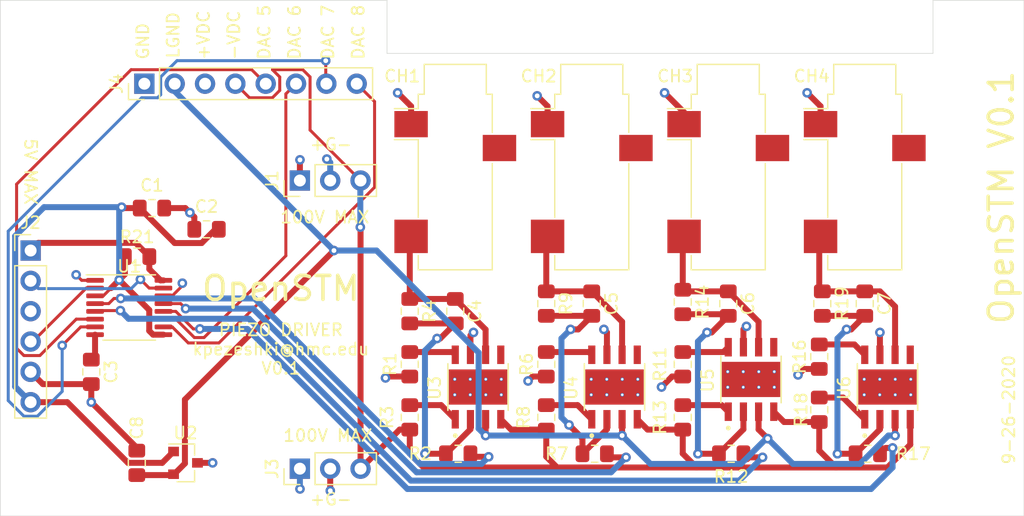
<source format=kicad_pcb>
(kicad_pcb (version 20171130) (host pcbnew "(5.1.6)-1")
  (layers (0 F.Cu signal) (1 In1.Cu power hide) (2 In2.Cu power hide) (31 B.Cu signal) (34 B.Paste user) (35 F.Paste user) (36 B.SilkS user) (37 F.SilkS user) (38 B.Mask user) (39 F.Mask user) (44 Edge.Cuts user))
  (net 0 "")
  (net 1 VCC)
  (net 2 "Net-(C3-Pad1)")
  (net 3 "Net-(C4-Pad2)")
  (net 4 /opampdriver/OUT)
  (net 5 "Net-(C5-Pad2)")
  (net 6 /sheet5F77FFF0/OUT)
  (net 7 "Net-(C6-Pad2)")
  (net 8 /sheet5F78069E/OUT)
  (net 9 "Net-(C7-Pad2)")
  (net 10 /sheet5F780C4A/OUT)
  (net 11 -VDC)
  (net 12 GND)
  (net 13 +VDC)
  (net 14 "Net-(J2-Pad4)")
  (net 15 "Net-(J2-Pad3)")
  (net 16 "Net-(J2-Pad2)")
  (net 17 /CH8)
  (net 18 /CH7)
  (net 19 /CH6)
  (net 20 /CH5)
  (net 21 "Net-(R1-Pad2)")
  (net 22 /opampdriver/SIG)
  (net 23 "Net-(R3-Pad1)")
  (net 24 "Net-(R6-Pad2)")
  (net 25 /sheet5F77FFF0/SIG)
  (net 26 "Net-(R8-Pad1)")
  (net 27 "Net-(R11-Pad2)")
  (net 28 /sheet5F78069E/SIG)
  (net 29 "Net-(R13-Pad1)")
  (net 30 "Net-(R16-Pad2)")
  (net 31 /sheet5F780C4A/SIG)
  (net 32 "Net-(R18-Pad1)")
  (net 33 "Net-(U3-Pad9)")
  (net 34 "Net-(U3-Pad5)")
  (net 35 "Net-(U4-Pad9)")
  (net 36 "Net-(U4-Pad5)")
  (net 37 "Net-(U5-Pad9)")
  (net 38 "Net-(U5-Pad5)")
  (net 39 "Net-(U6-Pad9)")
  (net 40 "Net-(U6-Pad5)")
  (net 41 "Net-(J2-Pad1)")
  (net 42 /opampdriver/BIAS)
  (module MountingHole:MountingHole_2.7mm_M2.5 (layer F.Cu) (at 178.7525 62.7253)
    (fp_text reference REF**)
    (fp_text value MountingHole_2.7mm_M2.5)
    (pad 1 np_thru_hole circle (at 0 0) (size 2.7 2.7) (drill 2.7) (layers *.Cu *.Mask))
  )
  (module MountingHole:MountingHole_2.7mm_M2.5 (layer F.Cu) (at 178.7525 86.8553)
    (fp_text reference REF**)
    (fp_text value MountingHole_2.7mm_M2.5)
    (pad 1 np_thru_hole circle (at 0 0) (size 2.7 2.7) (drill 2.7) (layers *.Cu *.Mask))
  )
  (module MountingHole:MountingHole_2.7mm_M2.5 (layer F.Cu) (at 251.1425 69.7103)
    (fp_text reference REF**)
    (fp_text value MountingHole_2.7mm_M2.5)
    (pad 1 np_thru_hole circle (at 0 0) (size 2.7 2.7) (drill 2.7) (layers *.Cu *.Mask))
  )
  (module Resistor_SMD:R_0805_2012Metric_Pad1.15x1.40mm_HandSolder (layer F.Cu) (at 209.795 85.598)
    (fp_text reference R2 (at -3.175 0) (layer F.SilkS))
    (fp_text value 1k)
    (pad 2 smd roundrect (at 1.025 0) (size 1.15 1.4) (layers F.Cu F.Paste F.Mask) (roundrect_rratio 0.217391) (net 22 /opampdriver/SIG))
    (pad 1 smd roundrect (at -1.025 0) (size 1.15 1.4) (layers F.Cu F.Paste F.Mask) (roundrect_rratio 0.217391) (net 3 "Net-(C4-Pad2)"))
  )
  (module Package_SO:TSSOP-16_4.4x5mm_P0.65mm (layer F.Cu) (at 182.24762 73.35)
    (fp_text reference U1 (at 0 -3.45) (layer F.SilkS))
    (fp_text value AD5628ARUZ-2)
    (pad 16 smd roundrect (at 2.8625 -2.275) (size 1.475 0.4) (layers F.Cu F.Paste F.Mask) (net 41 "Net-(J2-Pad1)"))
    (pad 15 smd roundrect (at 2.8625 -1.625) (size 1.475 0.4) (layers F.Cu F.Paste F.Mask) (net 16 "Net-(J2-Pad2)"))
    (pad 14 smd roundrect (at 2.8625 -0.975) (size 1.475 0.4) (layers F.Cu F.Paste F.Mask) (net 12 GND))
    (pad 13 smd roundrect (at 2.8625 -0.325) (size 1.475 0.4) (layers F.Cu F.Paste F.Mask) (net 25 /sheet5F77FFF0/SIG))
    (pad 12 smd roundrect (at 2.8625 0.325) (size 1.475 0.4) (layers F.Cu F.Paste F.Mask) (net 31 /sheet5F780C4A/SIG))
    (pad 11 smd roundrect (at 2.8625 0.975) (size 1.475 0.4) (layers F.Cu F.Paste F.Mask) (net 19 /CH6))
    (pad 10 smd roundrect (at 2.8625 1.625) (size 1.475 0.4) (layers F.Cu F.Paste F.Mask) (net 17 /CH8))
    (pad 9 smd roundrect (at 2.8625 2.275) (size 1.475 0.4) (layers F.Cu F.Paste F.Mask) (net 1 VCC))
    (pad 8 smd roundrect (at -2.8625 2.275) (size 1.475 0.4) (layers F.Cu F.Paste F.Mask) (net 2 "Net-(C3-Pad1)"))
    (pad 7 smd roundrect (at -2.8625 1.625) (size 1.475 0.4) (layers F.Cu F.Paste F.Mask) (net 18 /CH7))
    (pad 6 smd roundrect (at -2.8625 0.975) (size 1.475 0.4) (layers F.Cu F.Paste F.Mask) (net 20 /CH5))
    (pad 5 smd roundrect (at -2.8625 0.325) (size 1.475 0.4) (layers F.Cu F.Paste F.Mask) (net 28 /sheet5F78069E/SIG))
    (pad 4 smd roundrect (at -2.8625 -0.325) (size 1.475 0.4) (layers F.Cu F.Paste F.Mask) (net 22 /opampdriver/SIG))
    (pad 3 smd roundrect (at -2.8625 -0.975) (size 1.475 0.4) (layers F.Cu F.Paste F.Mask) (net 1 VCC))
    (pad 2 smd roundrect (at -2.8625 -1.625) (size 1.475 0.4) (layers F.Cu F.Paste F.Mask) (net 14 "Net-(J2-Pad4)"))
    (pad 1 smd roundrect (at -2.8625 -2.275) (size 1.475 0.4) (layers F.Cu F.Paste F.Mask) (net 12 GND))
  )
  (module Package_TO_SOT_SMD:SOT-23 (layer F.Cu) (at 186.96 86.36)
    (fp_text reference U2 (at 0 -2.5) (layer F.SilkS))
    (fp_text value MAX6101)
    (pad 3 smd rect (at 1 0) (size 0.9 0.8) (layers F.Cu F.Paste F.Mask) (net 12 GND))
    (pad 2 smd rect (at -1 0.95) (size 0.9 0.8) (layers F.Cu F.Paste F.Mask) (net 42 /opampdriver/BIAS))
    (pad 1 smd rect (at -1 -0.95) (size 0.9 0.8) (layers F.Cu F.Paste F.Mask) (net 1 VCC))
  )
  (module Resistor_SMD:R_0805_2012Metric_Pad1.15x1.40mm_HandSolder (layer F.Cu) (at 182.9054 69.088)
    (fp_text reference R21 (at 0 -1.65) (layer F.SilkS))
    (fp_text value 10k)
    (pad 2 smd roundrect (at 1.025 0) (size 1.15 1.4) (layers F.Cu F.Paste F.Mask) (roundrect_rratio 0.217391) (net 41 "Net-(J2-Pad1)"))
    (pad 1 smd roundrect (at -1.025 0) (size 1.15 1.4) (layers F.Cu F.Paste F.Mask) (roundrect_rratio 0.217391) (net 1 VCC))
  )
  (module Capacitor_SMD:C_0805_2012Metric_Pad1.15x1.40mm_HandSolder (layer F.Cu) (at 182.88 86.36 90)
    (fp_text reference C8 (at 2.93 0 90) (layer F.SilkS))
    (fp_text value 1uF)
    (pad 2 smd roundrect (at 1.025 0 90) (size 1.15 1.4) (layers F.Cu F.Paste F.Mask) (roundrect_rratio 0.217391) (net 12 GND))
    (pad 1 smd roundrect (at -1.025 0 90) (size 1.15 1.4) (layers F.Cu F.Paste F.Mask) (roundrect_rratio 0.217391) (net 42 /opampdriver/BIAS))
  )
  (module Connector_PinHeader_2.54mm:PinHeader_1x06_P2.54mm_Vertical (layer F.Cu) (at 173.99 68.58)
    (fp_text reference J2 (at 0 -2.33) (layer F.SilkS))
    (fp_text value Conn_01x06_Male)
    (pad 6 thru_hole oval (at 0 12.7) (size 1.7 1.7) (drill 1) (layers *.Cu *.Mask) (net 1 VCC))
    (pad 5 thru_hole oval (at 0 10.16) (size 1.7 1.7) (drill 1) (layers *.Cu *.Mask) (net 12 GND))
    (pad 4 thru_hole oval (at 0 7.62) (size 1.7 1.7) (drill 1) (layers *.Cu *.Mask) (net 14 "Net-(J2-Pad4)"))
    (pad 3 thru_hole oval (at 0 5.08) (size 1.7 1.7) (drill 1) (layers *.Cu *.Mask) (net 15 "Net-(J2-Pad3)"))
    (pad 2 thru_hole oval (at 0 2.54) (size 1.7 1.7) (drill 1) (layers *.Cu *.Mask) (net 16 "Net-(J2-Pad2)"))
    (pad 1 thru_hole rect (at 0 0) (size 1.7 1.7) (drill 1) (layers *.Cu *.Mask) (net 41 "Net-(J2-Pad1)"))
  )
  (module Connector_Audio:Jack_3.5mm_CUI_SJ-3523-SMT_Horizontal (layer F.Cu) (at 209.55 61.595)
    (fp_text reference J8)
    (fp_text value CH1)
    (pad "" np_thru_hole circle (at 0 4.5) (size 1.7 1.7) (drill 1.7) (layers *.Cu *.Mask))
    (pad "" np_thru_hole circle (at 0 -2.5) (size 1.7 1.7) (drill 1.7) (layers *.Cu *.Mask))
    (pad T smd rect (at -3.7 5.8) (size 2.8 2.8) (layers F.Cu F.Paste F.Mask) (net 4 /opampdriver/OUT))
    (pad S smd rect (at -3.7 -3.6) (size 2.8 2.2) (layers F.Cu F.Paste F.Mask) (net 12 GND))
    (pad R smd rect (at 3.7 -1.6) (size 2.8 2.2) (layers F.Cu F.Paste F.Mask))
  )
  (module Connector_Audio:Jack_3.5mm_CUI_SJ-3523-SMT_Horizontal (layer F.Cu) (at 243.84 61.595)
    (fp_text reference J7)
    (fp_text value CH4)
    (pad "" np_thru_hole circle (at 0 4.5) (size 1.7 1.7) (drill 1.7) (layers *.Cu *.Mask))
    (pad "" np_thru_hole circle (at 0 -2.5) (size 1.7 1.7) (drill 1.7) (layers *.Cu *.Mask))
    (pad T smd rect (at -3.7 5.8) (size 2.8 2.8) (layers F.Cu F.Paste F.Mask) (net 10 /sheet5F780C4A/OUT))
    (pad S smd rect (at -3.7 -3.6) (size 2.8 2.2) (layers F.Cu F.Paste F.Mask) (net 12 GND))
    (pad R smd rect (at 3.7 -1.6) (size 2.8 2.2) (layers F.Cu F.Paste F.Mask))
  )
  (module Connector_Audio:Jack_3.5mm_CUI_SJ-3523-SMT_Horizontal (layer F.Cu) (at 232.41 61.595)
    (fp_text reference J6)
    (fp_text value CH3)
    (pad "" np_thru_hole circle (at 0 4.5) (size 1.7 1.7) (drill 1.7) (layers *.Cu *.Mask))
    (pad "" np_thru_hole circle (at 0 -2.5) (size 1.7 1.7) (drill 1.7) (layers *.Cu *.Mask))
    (pad T smd rect (at -3.7 5.8) (size 2.8 2.8) (layers F.Cu F.Paste F.Mask) (net 8 /sheet5F78069E/OUT))
    (pad S smd rect (at -3.7 -3.6) (size 2.8 2.2) (layers F.Cu F.Paste F.Mask) (net 12 GND))
    (pad R smd rect (at 3.7 -1.6) (size 2.8 2.2) (layers F.Cu F.Paste F.Mask))
  )
  (module Connector_Audio:Jack_3.5mm_CUI_SJ-3523-SMT_Horizontal (layer F.Cu) (at 220.98 61.595)
    (fp_text reference J5)
    (fp_text value CH2)
    (pad "" np_thru_hole circle (at 0 4.5) (size 1.7 1.7) (drill 1.7) (layers *.Cu *.Mask))
    (pad "" np_thru_hole circle (at 0 -2.5) (size 1.7 1.7) (drill 1.7) (layers *.Cu *.Mask))
    (pad T smd rect (at -3.7 5.8) (size 2.8 2.8) (layers F.Cu F.Paste F.Mask) (net 6 /sheet5F77FFF0/OUT))
    (pad S smd rect (at -3.7 -3.6) (size 2.8 2.2) (layers F.Cu F.Paste F.Mask) (net 12 GND))
    (pad R smd rect (at 3.7 -1.6) (size 2.8 2.2) (layers F.Cu F.Paste F.Mask))
  )
  (module VREG_LM5017MR:NOPB (layer F.Cu) (at 245.745 80.01 90)
    (fp_text reference U6 (at -0.075 -3.635 90) (layer F.SilkS))
    (fp_text value OPA454AIDDA)
    (pad 17 thru_hole circle (at 0.65 1.95 90) (size 0.3 0.3) (drill 0.2) (layers *.Cu *.Mask))
    (pad 16 thru_hole circle (at -0.65 1.95 90) (size 0.3 0.3) (drill 0.2) (layers *.Cu *.Mask))
    (pad 15 thru_hole circle (at 0.65 0.65 90) (size 0.3 0.3) (drill 0.2) (layers *.Cu *.Mask))
    (pad 14 thru_hole circle (at -0.65 0.65 90) (size 0.3 0.3) (drill 0.2) (layers *.Cu *.Mask))
    (pad 13 thru_hole circle (at 0.65 -0.65 90) (size 0.3 0.3) (drill 0.2) (layers *.Cu *.Mask))
    (pad 12 thru_hole circle (at -0.65 -0.65 90) (size 0.3 0.3) (drill 0.2) (layers *.Cu *.Mask))
    (pad 11 thru_hole circle (at 0.65 -1.95 90) (size 0.3 0.3) (drill 0.2) (layers *.Cu *.Mask))
    (pad 10 thru_hole circle (at -0.65 -1.95 90) (size 0.3 0.3) (drill 0.2) (layers *.Cu *.Mask))
    (pad 9 smd rect (at 0 0 90) (size 2.95 4.9) (layers F.Cu) (net 39 "Net-(U6-Pad9)"))
    (pad 8 smd rect (at 2.7 -1.905 90) (size 1.55 0.6) (layers F.Cu F.Paste) (net 30 "Net-(R16-Pad2)"))
    (pad 7 smd rect (at 2.7 -0.635 90) (size 1.55 0.6) (layers F.Cu F.Paste) (net 13 +VDC))
    (pad 6 smd rect (at 2.7 0.635 90) (size 1.55 0.6) (layers F.Cu F.Paste) (net 10 /sheet5F780C4A/OUT))
    (pad 5 smd rect (at 2.7 1.905 90) (size 1.55 0.6) (layers F.Cu F.Paste) (net 40 "Net-(U6-Pad5)"))
    (pad 4 smd rect (at -2.7 1.905 90) (size 1.55 0.6) (layers F.Cu F.Paste) (net 11 -VDC))
    (pad 3 smd rect (at -2.7 0.635 90) (size 1.55 0.6) (layers F.Cu F.Paste) (net 42 /opampdriver/BIAS))
    (pad 2 smd rect (at -2.7 -0.635 90) (size 1.55 0.6) (layers F.Cu F.Paste) (net 9 "Net-(C7-Pad2)"))
    (pad 1 smd rect (at -2.7 -1.905 90) (size 1.55 0.6) (layers F.Cu F.Paste) (net 32 "Net-(R18-Pad1)"))
  )
  (module VREG_LM5017MR:NOPB (layer F.Cu) (at 234.315 79.375 90)
    (fp_text reference U5 (at -0.075 -3.635 90) (layer F.SilkS))
    (fp_text value OPA454AIDDA)
    (pad 17 thru_hole circle (at 0.65 1.95 90) (size 0.3 0.3) (drill 0.2) (layers *.Cu *.Mask))
    (pad 16 thru_hole circle (at -0.65 1.95 90) (size 0.3 0.3) (drill 0.2) (layers *.Cu *.Mask))
    (pad 15 thru_hole circle (at 0.65 0.65 90) (size 0.3 0.3) (drill 0.2) (layers *.Cu *.Mask))
    (pad 14 thru_hole circle (at -0.65 0.65 90) (size 0.3 0.3) (drill 0.2) (layers *.Cu *.Mask))
    (pad 13 thru_hole circle (at 0.65 -0.65 90) (size 0.3 0.3) (drill 0.2) (layers *.Cu *.Mask))
    (pad 12 thru_hole circle (at -0.65 -0.65 90) (size 0.3 0.3) (drill 0.2) (layers *.Cu *.Mask))
    (pad 11 thru_hole circle (at 0.65 -1.95 90) (size 0.3 0.3) (drill 0.2) (layers *.Cu *.Mask))
    (pad 10 thru_hole circle (at -0.65 -1.95 90) (size 0.3 0.3) (drill 0.2) (layers *.Cu *.Mask))
    (pad 9 smd rect (at 0 0 90) (size 2.95 4.9) (layers F.Cu) (net 37 "Net-(U5-Pad9)"))
    (pad 8 smd rect (at 2.7 -1.905 90) (size 1.55 0.6) (layers F.Cu F.Paste) (net 27 "Net-(R11-Pad2)"))
    (pad 7 smd rect (at 2.7 -0.635 90) (size 1.55 0.6) (layers F.Cu F.Paste) (net 13 +VDC))
    (pad 6 smd rect (at 2.7 0.635 90) (size 1.55 0.6) (layers F.Cu F.Paste) (net 8 /sheet5F78069E/OUT))
    (pad 5 smd rect (at 2.7 1.905 90) (size 1.55 0.6) (layers F.Cu F.Paste) (net 38 "Net-(U5-Pad5)"))
    (pad 4 smd rect (at -2.7 1.905 90) (size 1.55 0.6) (layers F.Cu F.Paste) (net 11 -VDC))
    (pad 3 smd rect (at -2.7 0.635 90) (size 1.55 0.6) (layers F.Cu F.Paste) (net 42 /opampdriver/BIAS))
    (pad 2 smd rect (at -2.7 -0.635 90) (size 1.55 0.6) (layers F.Cu F.Paste) (net 7 "Net-(C6-Pad2)"))
    (pad 1 smd rect (at -2.7 -1.905 90) (size 1.55 0.6) (layers F.Cu F.Paste) (net 29 "Net-(R13-Pad1)"))
  )
  (module VREG_LM5017MR:NOPB (layer F.Cu) (at 222.885 80.01 90)
    (fp_text reference U4 (at -0.075 -3.635 90) (layer F.SilkS))
    (fp_text value OPA454AIDDA)
    (pad 17 thru_hole circle (at 0.65 1.95 90) (size 0.3 0.3) (drill 0.2) (layers *.Cu *.Mask))
    (pad 16 thru_hole circle (at -0.65 1.95 90) (size 0.3 0.3) (drill 0.2) (layers *.Cu *.Mask))
    (pad 15 thru_hole circle (at 0.65 0.65 90) (size 0.3 0.3) (drill 0.2) (layers *.Cu *.Mask))
    (pad 14 thru_hole circle (at -0.65 0.65 90) (size 0.3 0.3) (drill 0.2) (layers *.Cu *.Mask))
    (pad 13 thru_hole circle (at 0.65 -0.65 90) (size 0.3 0.3) (drill 0.2) (layers *.Cu *.Mask))
    (pad 12 thru_hole circle (at -0.65 -0.65 90) (size 0.3 0.3) (drill 0.2) (layers *.Cu *.Mask))
    (pad 11 thru_hole circle (at 0.65 -1.95 90) (size 0.3 0.3) (drill 0.2) (layers *.Cu *.Mask))
    (pad 10 thru_hole circle (at -0.65 -1.95 90) (size 0.3 0.3) (drill 0.2) (layers *.Cu *.Mask))
    (pad 9 smd rect (at 0 0 90) (size 2.95 4.9) (layers F.Cu) (net 35 "Net-(U4-Pad9)"))
    (pad 8 smd rect (at 2.7 -1.905 90) (size 1.55 0.6) (layers F.Cu F.Paste) (net 24 "Net-(R6-Pad2)"))
    (pad 7 smd rect (at 2.7 -0.635 90) (size 1.55 0.6) (layers F.Cu F.Paste) (net 13 +VDC))
    (pad 6 smd rect (at 2.7 0.635 90) (size 1.55 0.6) (layers F.Cu F.Paste) (net 6 /sheet5F77FFF0/OUT))
    (pad 5 smd rect (at 2.7 1.905 90) (size 1.55 0.6) (layers F.Cu F.Paste) (net 36 "Net-(U4-Pad5)"))
    (pad 4 smd rect (at -2.7 1.905 90) (size 1.55 0.6) (layers F.Cu F.Paste) (net 11 -VDC))
    (pad 3 smd rect (at -2.7 0.635 90) (size 1.55 0.6) (layers F.Cu F.Paste) (net 42 /opampdriver/BIAS))
    (pad 2 smd rect (at -2.7 -0.635 90) (size 1.55 0.6) (layers F.Cu F.Paste) (net 5 "Net-(C5-Pad2)"))
    (pad 1 smd rect (at -2.7 -1.905 90) (size 1.55 0.6) (layers F.Cu F.Paste) (net 26 "Net-(R8-Pad1)"))
  )
  (module VREG_LM5017MR:NOPB (layer F.Cu) (at 211.455 80.01 90)
    (fp_text reference U3 (at -0.075 -3.635 90) (layer F.SilkS))
    (fp_text value OPA454AIDDA)
    (pad 17 thru_hole circle (at 0.65 1.95 90) (size 0.3 0.3) (drill 0.2) (layers *.Cu *.Mask))
    (pad 16 thru_hole circle (at -0.65 1.95 90) (size 0.3 0.3) (drill 0.2) (layers *.Cu *.Mask))
    (pad 15 thru_hole circle (at 0.65 0.65 90) (size 0.3 0.3) (drill 0.2) (layers *.Cu *.Mask))
    (pad 14 thru_hole circle (at -0.65 0.65 90) (size 0.3 0.3) (drill 0.2) (layers *.Cu *.Mask))
    (pad 13 thru_hole circle (at 0.65 -0.65 90) (size 0.3 0.3) (drill 0.2) (layers *.Cu *.Mask))
    (pad 12 thru_hole circle (at -0.65 -0.65 90) (size 0.3 0.3) (drill 0.2) (layers *.Cu *.Mask))
    (pad 11 thru_hole circle (at 0.65 -1.95 90) (size 0.3 0.3) (drill 0.2) (layers *.Cu *.Mask))
    (pad 10 thru_hole circle (at -0.65 -1.95 90) (size 0.3 0.3) (drill 0.2) (layers *.Cu *.Mask))
    (pad 9 smd rect (at 0 0 90) (size 2.95 4.9) (layers F.Cu) (net 33 "Net-(U3-Pad9)"))
    (pad 8 smd rect (at 2.7 -1.905 90) (size 1.55 0.6) (layers F.Cu F.Paste) (net 21 "Net-(R1-Pad2)"))
    (pad 7 smd rect (at 2.7 -0.635 90) (size 1.55 0.6) (layers F.Cu F.Paste) (net 13 +VDC))
    (pad 6 smd rect (at 2.7 0.635 90) (size 1.55 0.6) (layers F.Cu F.Paste) (net 4 /opampdriver/OUT))
    (pad 5 smd rect (at 2.7 1.905 90) (size 1.55 0.6) (layers F.Cu F.Paste) (net 34 "Net-(U3-Pad5)"))
    (pad 4 smd rect (at -2.7 1.905 90) (size 1.55 0.6) (layers F.Cu F.Paste) (net 11 -VDC))
    (pad 3 smd rect (at -2.7 0.635 90) (size 1.55 0.6) (layers F.Cu F.Paste) (net 42 /opampdriver/BIAS))
    (pad 2 smd rect (at -2.7 -0.635 90) (size 1.55 0.6) (layers F.Cu F.Paste) (net 3 "Net-(C4-Pad2)"))
    (pad 1 smd rect (at -2.7 -1.905 90) (size 1.55 0.6) (layers F.Cu F.Paste) (net 23 "Net-(R3-Pad1)"))
  )
  (module Resistor_SMD:R_0805_2012Metric_Pad1.15x1.40mm_HandSolder (layer F.Cu) (at 240.284 73.025 270)
    (fp_text reference R19 (at 0 -1.65 90) (layer F.SilkS))
    (fp_text value 50K)
    (pad 2 smd roundrect (at 1.025 0 270) (size 1.15 1.4) (layers F.Cu F.Paste F.Mask) (roundrect_rratio 0.217391) (net 9 "Net-(C7-Pad2)"))
    (pad 1 smd roundrect (at -1.025 0 270) (size 1.15 1.4) (layers F.Cu F.Paste F.Mask) (roundrect_rratio 0.217391) (net 10 /sheet5F780C4A/OUT))
  )
  (module Resistor_SMD:R_0805_2012Metric_Pad1.15x1.40mm_HandSolder (layer F.Cu) (at 240.03 81.915 270)
    (fp_text reference R18 (at 0 1.524 90) (layer F.SilkS))
    (fp_text value 100K)
    (pad 2 smd roundrect (at 1.025 0 270) (size 1.15 1.4) (layers F.Cu F.Paste F.Mask) (roundrect_rratio 0.217391) (net 11 -VDC))
    (pad 1 smd roundrect (at -1.025 0 270) (size 1.15 1.4) (layers F.Cu F.Paste F.Mask) (roundrect_rratio 0.217391) (net 32 "Net-(R18-Pad1)"))
  )
  (module Resistor_SMD:R_0805_2012Metric_Pad1.15x1.40mm_HandSolder (layer F.Cu) (at 244.094 85.598)
    (fp_text reference R17 (at 3.81 0) (layer F.SilkS))
    (fp_text value 1k)
    (pad 2 smd roundrect (at 1.025 0) (size 1.15 1.4) (layers F.Cu F.Paste F.Mask) (roundrect_rratio 0.217391) (net 31 /sheet5F780C4A/SIG))
    (pad 1 smd roundrect (at -1.025 0) (size 1.15 1.4) (layers F.Cu F.Paste F.Mask) (roundrect_rratio 0.217391) (net 9 "Net-(C7-Pad2)"))
  )
  (module Resistor_SMD:R_0805_2012Metric_Pad1.15x1.40mm_HandSolder (layer F.Cu) (at 240.03 77.47 90)
    (fp_text reference R16 (at 0 -1.65 90) (layer F.SilkS))
    (fp_text value 100K)
    (pad 2 smd roundrect (at 1.025 0 90) (size 1.15 1.4) (layers F.Cu F.Paste F.Mask) (roundrect_rratio 0.217391) (net 30 "Net-(R16-Pad2)"))
    (pad 1 smd roundrect (at -1.025 0 90) (size 1.15 1.4) (layers F.Cu F.Paste F.Mask) (roundrect_rratio 0.217391) (net 13 +VDC))
  )
  (module Resistor_SMD:R_0805_2012Metric_Pad1.15x1.40mm_HandSolder (layer F.Cu) (at 228.6 72.889 270)
    (fp_text reference R14 (at 0 -1.65 90) (layer F.SilkS))
    (fp_text value 50K)
    (pad 2 smd roundrect (at 1.025 0 270) (size 1.15 1.4) (layers F.Cu F.Paste F.Mask) (roundrect_rratio 0.217391) (net 7 "Net-(C6-Pad2)"))
    (pad 1 smd roundrect (at -1.025 0 270) (size 1.15 1.4) (layers F.Cu F.Paste F.Mask) (roundrect_rratio 0.217391) (net 8 /sheet5F78069E/OUT))
  )
  (module Resistor_SMD:R_0805_2012Metric_Pad1.15x1.40mm_HandSolder (layer F.Cu) (at 228.6 82.55 270)
    (fp_text reference R13 (at 0 1.905 90) (layer F.SilkS))
    (fp_text value 100K)
    (pad 2 smd roundrect (at 1.025 0 270) (size 1.15 1.4) (layers F.Cu F.Paste F.Mask) (roundrect_rratio 0.217391) (net 11 -VDC))
    (pad 1 smd roundrect (at -1.025 0 270) (size 1.15 1.4) (layers F.Cu F.Paste F.Mask) (roundrect_rratio 0.217391) (net 29 "Net-(R13-Pad1)"))
  )
  (module Resistor_SMD:R_0805_2012Metric_Pad1.15x1.40mm_HandSolder (layer F.Cu) (at 232.655 85.598)
    (fp_text reference R12 (at 0 1.905) (layer F.SilkS))
    (fp_text value 1k)
    (pad 2 smd roundrect (at 1.025 0) (size 1.15 1.4) (layers F.Cu F.Paste F.Mask) (roundrect_rratio 0.217391) (net 28 /sheet5F78069E/SIG))
    (pad 1 smd roundrect (at -1.025 0) (size 1.15 1.4) (layers F.Cu F.Paste F.Mask) (roundrect_rratio 0.217391) (net 7 "Net-(C6-Pad2)"))
  )
  (module Resistor_SMD:R_0805_2012Metric_Pad1.15x1.40mm_HandSolder (layer F.Cu) (at 228.6 78.105 90)
    (fp_text reference R11 (at 0 -1.905 90) (layer F.SilkS))
    (fp_text value 100K)
    (pad 2 smd roundrect (at 1.025 0 90) (size 1.15 1.4) (layers F.Cu F.Paste F.Mask) (roundrect_rratio 0.217391) (net 27 "Net-(R11-Pad2)"))
    (pad 1 smd roundrect (at -1.025 0 90) (size 1.15 1.4) (layers F.Cu F.Paste F.Mask) (roundrect_rratio 0.217391) (net 13 +VDC))
  )
  (module Resistor_SMD:R_0805_2012Metric_Pad1.15x1.40mm_HandSolder (layer F.Cu) (at 217.17 73.025 270)
    (fp_text reference R9 (at 0 -1.65 90) (layer F.SilkS))
    (fp_text value 50K)
    (pad 2 smd roundrect (at 1.025 0 270) (size 1.15 1.4) (layers F.Cu F.Paste F.Mask) (roundrect_rratio 0.217391) (net 5 "Net-(C5-Pad2)"))
    (pad 1 smd roundrect (at -1.025 0 270) (size 1.15 1.4) (layers F.Cu F.Paste F.Mask) (roundrect_rratio 0.217391) (net 6 /sheet5F77FFF0/OUT))
  )
  (module Resistor_SMD:R_0805_2012Metric_Pad1.15x1.40mm_HandSolder (layer F.Cu) (at 217.17 82.55 270)
    (fp_text reference R8 (at 0 1.905 90) (layer F.SilkS))
    (fp_text value 100K)
    (pad 2 smd roundrect (at 1.025 0 270) (size 1.15 1.4) (layers F.Cu F.Paste F.Mask) (roundrect_rratio 0.217391) (net 11 -VDC))
    (pad 1 smd roundrect (at -1.025 0 270) (size 1.15 1.4) (layers F.Cu F.Paste F.Mask) (roundrect_rratio 0.217391) (net 26 "Net-(R8-Pad1)"))
  )
  (module Resistor_SMD:R_0805_2012Metric_Pad1.15x1.40mm_HandSolder (layer F.Cu) (at 221.225 85.598)
    (fp_text reference R7 (at -3.175 0) (layer F.SilkS))
    (fp_text value 1k)
    (pad 2 smd roundrect (at 1.025 0) (size 1.15 1.4) (layers F.Cu F.Paste F.Mask) (roundrect_rratio 0.217391) (net 25 /sheet5F77FFF0/SIG))
    (pad 1 smd roundrect (at -1.025 0) (size 1.15 1.4) (layers F.Cu F.Paste F.Mask) (roundrect_rratio 0.217391) (net 5 "Net-(C5-Pad2)"))
  )
  (module Resistor_SMD:R_0805_2012Metric_Pad1.15x1.40mm_HandSolder (layer F.Cu) (at 217.17 78.105 90)
    (fp_text reference R6 (at 0 -1.65 90) (layer F.SilkS))
    (fp_text value 100K)
    (pad 2 smd roundrect (at 1.025 0 90) (size 1.15 1.4) (layers F.Cu F.Paste F.Mask) (roundrect_rratio 0.217391) (net 24 "Net-(R6-Pad2)"))
    (pad 1 smd roundrect (at -1.025 0 90) (size 1.15 1.4) (layers F.Cu F.Paste F.Mask) (roundrect_rratio 0.217391) (net 13 +VDC))
  )
  (module Resistor_SMD:R_0805_2012Metric_Pad1.15x1.40mm_HandSolder (layer F.Cu) (at 205.74 73.66 270)
    (fp_text reference R4 (at 0 -1.65 90) (layer F.SilkS))
    (fp_text value 50K)
    (pad 2 smd roundrect (at 1.025 0 270) (size 1.15 1.4) (layers F.Cu F.Paste F.Mask) (roundrect_rratio 0.217391) (net 3 "Net-(C4-Pad2)"))
    (pad 1 smd roundrect (at -1.025 0 270) (size 1.15 1.4) (layers F.Cu F.Paste F.Mask) (roundrect_rratio 0.217391) (net 4 /opampdriver/OUT))
  )
  (module Resistor_SMD:R_0805_2012Metric_Pad1.15x1.40mm_HandSolder (layer F.Cu) (at 205.74 82.55 270)
    (fp_text reference R3 (at 0 1.905 90) (layer F.SilkS))
    (fp_text value 100K)
    (pad 2 smd roundrect (at 1.025 0 270) (size 1.15 1.4) (layers F.Cu F.Paste F.Mask) (roundrect_rratio 0.217391) (net 11 -VDC))
    (pad 1 smd roundrect (at -1.025 0 270) (size 1.15 1.4) (layers F.Cu F.Paste F.Mask) (roundrect_rratio 0.217391) (net 23 "Net-(R3-Pad1)"))
  )
  (module Resistor_SMD:R_0805_2012Metric_Pad1.15x1.40mm_HandSolder (layer F.Cu) (at 205.74 78.105 90)
    (fp_text reference R1 (at 0 -1.65 90) (layer F.SilkS))
    (fp_text value 100K)
    (pad 2 smd roundrect (at 1.025 0 90) (size 1.15 1.4) (layers F.Cu F.Paste F.Mask) (roundrect_rratio 0.217391) (net 21 "Net-(R1-Pad2)"))
    (pad 1 smd roundrect (at -1.025 0 90) (size 1.15 1.4) (layers F.Cu F.Paste F.Mask) (roundrect_rratio 0.217391) (net 13 +VDC))
  )
  (module Connector_PinHeader_2.54mm:PinHeader_1x08_P2.54mm_Vertical (layer F.Cu) (at 183.515 54.61 90)
    (fp_text reference J4 (at 0 -2.33 90) (layer F.SilkS))
    (fp_text value Conn_01x08_Male)
    (pad 8 thru_hole oval (at 0 17.78 90) (size 1.7 1.7) (drill 1) (layers *.Cu *.Mask) (net 17 /CH8))
    (pad 7 thru_hole oval (at 0 15.24 90) (size 1.7 1.7) (drill 1) (layers *.Cu *.Mask) (net 18 /CH7))
    (pad 6 thru_hole oval (at 0 12.7 90) (size 1.7 1.7) (drill 1) (layers *.Cu *.Mask) (net 19 /CH6))
    (pad 5 thru_hole oval (at 0 10.16 90) (size 1.7 1.7) (drill 1) (layers *.Cu *.Mask) (net 20 /CH5))
    (pad 4 thru_hole oval (at 0 7.62 90) (size 1.7 1.7) (drill 1) (layers *.Cu *.Mask) (net 11 -VDC))
    (pad 3 thru_hole oval (at 0 5.08 90) (size 1.7 1.7) (drill 1) (layers *.Cu *.Mask) (net 13 +VDC))
    (pad 2 thru_hole oval (at 0 2.54 90) (size 1.7 1.7) (drill 1) (layers *.Cu *.Mask) (net 42 /opampdriver/BIAS))
    (pad 1 thru_hole rect (at 0 0 90) (size 1.7 1.7) (drill 1) (layers *.Cu *.Mask) (net 12 GND))
  )
  (module Connector_PinHeader_2.54mm:PinHeader_1x03_P2.54mm_Vertical (layer F.Cu) (at 196.53758 86.84768 90)
    (fp_text reference J3 (at 0 -2.33 90) (layer F.SilkS))
    (fp_text value Conn_01x03_Male)
    (pad 3 thru_hole oval (at 0 5.08 90) (size 1.7 1.7) (drill 1) (layers *.Cu *.Mask) (net 11 -VDC))
    (pad 2 thru_hole oval (at 0 2.54 90) (size 1.7 1.7) (drill 1) (layers *.Cu *.Mask) (net 12 GND))
    (pad 1 thru_hole rect (at 0 0 90) (size 1.7 1.7) (drill 1) (layers *.Cu *.Mask) (net 13 +VDC))
  )
  (module Connector_PinHeader_2.54mm:PinHeader_1x03_P2.54mm_Vertical (layer F.Cu) (at 196.53758 62.71768 90)
    (fp_text reference J1 (at 0 -2.33 90) (layer F.SilkS))
    (fp_text value Conn_01x03_Male)
    (pad 3 thru_hole oval (at 0 5.08 90) (size 1.7 1.7) (drill 1) (layers *.Cu *.Mask) (net 11 -VDC))
    (pad 2 thru_hole oval (at 0 2.54 90) (size 1.7 1.7) (drill 1) (layers *.Cu *.Mask) (net 12 GND))
    (pad 1 thru_hole rect (at 0 0 90) (size 1.7 1.7) (drill 1) (layers *.Cu *.Mask) (net 13 +VDC))
  )
  (module Capacitor_SMD:C_0805_2012Metric_Pad1.15x1.40mm_HandSolder (layer F.Cu) (at 243.84 73.025 270)
    (fp_text reference C7 (at 0 -1.65 90) (layer F.SilkS))
    (fp_text value 1nF)
    (pad 2 smd roundrect (at 1.025 0 270) (size 1.15 1.4) (layers F.Cu F.Paste F.Mask) (roundrect_rratio 0.217391) (net 9 "Net-(C7-Pad2)"))
    (pad 1 smd roundrect (at -1.025 0 270) (size 1.15 1.4) (layers F.Cu F.Paste F.Mask) (roundrect_rratio 0.217391) (net 10 /sheet5F780C4A/OUT))
  )
  (module Capacitor_SMD:C_0805_2012Metric_Pad1.15x1.40mm_HandSolder (layer F.Cu) (at 232.41 73.025 270)
    (fp_text reference C6 (at 0 -1.65 90) (layer F.SilkS))
    (fp_text value 1nF)
    (pad 2 smd roundrect (at 1.025 0 270) (size 1.15 1.4) (layers F.Cu F.Paste F.Mask) (roundrect_rratio 0.217391) (net 7 "Net-(C6-Pad2)"))
    (pad 1 smd roundrect (at -1.025 0 270) (size 1.15 1.4) (layers F.Cu F.Paste F.Mask) (roundrect_rratio 0.217391) (net 8 /sheet5F78069E/OUT))
  )
  (module Capacitor_SMD:C_0805_2012Metric_Pad1.15x1.40mm_HandSolder (layer F.Cu) (at 220.98 73.025 270)
    (fp_text reference C5 (at 0 -1.65 90) (layer F.SilkS))
    (fp_text value 1nF)
    (pad 2 smd roundrect (at 1.025 0 270) (size 1.15 1.4) (layers F.Cu F.Paste F.Mask) (roundrect_rratio 0.217391) (net 5 "Net-(C5-Pad2)"))
    (pad 1 smd roundrect (at -1.025 0 270) (size 1.15 1.4) (layers F.Cu F.Paste F.Mask) (roundrect_rratio 0.217391) (net 6 /sheet5F77FFF0/OUT))
  )
  (module Capacitor_SMD:C_0805_2012Metric_Pad1.15x1.40mm_HandSolder (layer F.Cu) (at 209.55 73.66 270)
    (fp_text reference C4 (at 0 -1.65 90) (layer F.SilkS))
    (fp_text value 1nF)
    (pad 2 smd roundrect (at 1.025 0 270) (size 1.15 1.4) (layers F.Cu F.Paste F.Mask) (roundrect_rratio 0.217391) (net 3 "Net-(C4-Pad2)"))
    (pad 1 smd roundrect (at -1.025 0 270) (size 1.15 1.4) (layers F.Cu F.Paste F.Mask) (roundrect_rratio 0.217391) (net 4 /opampdriver/OUT))
  )
  (module Capacitor_SMD:C_0805_2012Metric_Pad1.15x1.40mm_HandSolder (layer F.Cu) (at 179.07 78.74 270)
    (fp_text reference C3 (at 0 -1.65 90) (layer F.SilkS))
    (fp_text value 0.1uF)
    (pad 2 smd roundrect (at 1.025 0 270) (size 1.15 1.4) (layers F.Cu F.Paste F.Mask) (roundrect_rratio 0.217391) (net 12 GND))
    (pad 1 smd roundrect (at -1.025 0 270) (size 1.15 1.4) (layers F.Cu F.Paste F.Mask) (roundrect_rratio 0.217391) (net 2 "Net-(C3-Pad1)"))
  )
  (module Capacitor_SMD:C_0805_2012Metric_Pad1.15x1.40mm_HandSolder (layer F.Cu) (at 188.722 66.802 180)
    (fp_text reference C2 (at 0 1.905) (layer F.SilkS))
    (fp_text value 0.1uF)
    (pad 2 smd roundrect (at 1.025 0 180) (size 1.15 1.4) (layers F.Cu F.Paste F.Mask) (roundrect_rratio 0.217391) (net 12 GND))
    (pad 1 smd roundrect (at -1.025 0 180) (size 1.15 1.4) (layers F.Cu F.Paste F.Mask) (roundrect_rratio 0.217391) (net 1 VCC))
  )
  (module Capacitor_SMD:C_0805_2012Metric_Pad1.15x1.40mm_HandSolder (layer F.Cu) (at 184.15 65.024)
    (fp_text reference C1 (at 0 -1.905) (layer F.SilkS))
    (fp_text value 10uF)
    (pad 2 smd roundrect (at 1.025 0) (size 1.15 1.4) (layers F.Cu F.Paste F.Mask) (roundrect_rratio 0.217391) (net 12 GND))
    (pad 1 smd roundrect (at -1.025 0) (size 1.15 1.4) (layers F.Cu F.Paste F.Mask) (roundrect_rratio 0.217391) (net 1 VCC))
  )
  (gr_text 9-26-2020 (at 255.905 81.915 90) (layer F.SilkS) (effects (font (size 1 1))))
  (gr_text +G- (at 199.136 89.408) (layer F.SilkS) (effects (font (size 1 1))))
  (gr_text +G- (at 199.136 59.69) (layer F.SilkS) (effects (font (size 1 1))))
  (gr_line (start 203.835 52.07) (end 249.555 52.07) (layer Edge.Cuts) (width 0.05))
  (gr_line (start 257.175 47.625) (end 257.175 90.805) (layer Edge.Cuts) (width 0.05))
  (gr_line (start 249.555 47.625) (end 257.175 47.625) (layer Edge.Cuts) (width 0.05))
  (gr_line (start 249.555 52.07) (end 249.555 47.625) (layer Edge.Cuts) (width 0.05))
  (gr_line (start 203.835 47.625) (end 203.835 52.07) (layer Edge.Cuts) (width 0.05))
  (gr_line (start 203.835 47.625) (end 171.45 47.625) (layer Edge.Cuts) (width 0.05))
  (gr_line (start 257.175 90.805) (end 171.45 90.805) (layer Edge.Cuts) (width 0.05))
  (gr_line (start 171.45 47.625) (end 171.45 90.805) (layer Edge.Cuts) (width 0.05))
  (gr_text CH4 (at 239.395 53.975) (layer F.SilkS) (effects (font (size 1 1))))
  (gr_text CH3 (at 227.965 53.975) (layer F.SilkS) (effects (font (size 1 1))))
  (gr_text CH2 (at 216.535 53.975) (layer F.SilkS) (effects (font (size 1 1))))
  (gr_text CH1 (at 205.105 53.975) (layer F.SilkS) (effects (font (size 1 1))))
  (gr_text "DAC 8" (at 201.422 50.292 90) (layer F.SilkS) (effects (font (size 1 1))))
  (gr_text "DAC 7" (at 198.882 50.292 90) (layer F.SilkS) (effects (font (size 1 1))))
  (gr_text "DAC 6" (at 196.088 50.292 90) (layer F.SilkS) (effects (font (size 1 1))))
  (gr_text "DAC 5" (at 193.548 50.292 90) (layer F.SilkS) (effects (font (size 1 1))))
  (gr_text -VDC (at 191.008 50.546 90) (layer F.SilkS) (effects (font (size 1 1))))
  (gr_text +VDC (at 188.468 50.546 90) (layer F.SilkS) (effects (font (size 1 1))))
  (gr_text LGND (at 185.928 50.546 90) (layer F.SilkS) (effects (font (size 1 1))))
  (gr_text GND (at 183.388 51.054 90) (layer F.SilkS) (effects (font (size 1 1))))
  (gr_text "5V MAX" (at 173.99 61.976 270) (layer F.SilkS) (effects (font (size 1 1))))
  (gr_text "100V MAX" (at 198.882 84.074) (layer F.SilkS) (effects (font (size 1 1))))
  (gr_text "100V MAX" (at 198.628 65.786) (layer F.SilkS) (effects (font (size 1 1))))
  (gr_text "OpenSTM V0.1" (at 255.27 64.135 90) (layer F.SilkS) (effects (font (size 2 2) (thickness 0.3))))
  (gr_text OpenSTM (at 194.945 71.755) (layer F.SilkS) (effects (font (size 2 2) (thickness 0.3))))
  (gr_text "PIEZO DRIVER\nkpezeshki@hmc.edu\nV0.1" (at 194.945 76.835) (layer F.SilkS) (effects (font (size 1 1))))
  (segment (start 186.05301 67.95201) (end 183.125 65.024) (width 0.5) (layer F.Cu) (net 1))
  (segment (start 188.311956 67.95201) (end 186.05301 67.95201) (width 0.5) (layer F.Cu) (net 1))
  (segment (start 189.461966 66.802) (end 188.311956 67.95201) (width 0.5) (layer F.Cu) (net 1))
  (segment (start 189.747 66.802) (end 189.461966 66.802) (width 0.5) (layer F.Cu) (net 1))
  (via (at 181.61 64.9478) (size 0.8) (drill 0.4) (layers F.Cu B.Cu) (net 1))
  (segment (start 183.125 65.024) (end 181.6862 65.024) (width 0.5) (layer F.Cu) (net 1))
  (segment (start 181.6862 65.024) (end 181.61 64.9478) (width 0.5) (layer F.Cu) (net 1))
  (segment (start 172.689999 67.369999) (end 172.689999 79.979999) (width 0.5) (layer B.Cu) (net 1))
  (segment (start 175.112198 64.9478) (end 172.689999 67.369999) (width 0.5) (layer B.Cu) (net 1))
  (segment (start 172.689999 79.979999) (end 173.99 81.28) (width 0.5) (layer B.Cu) (net 1))
  (segment (start 181.61 64.9478) (end 175.112198 64.9478) (width 0.5) (layer B.Cu) (net 1))
  (via (at 181.4068 71.0438) (size 0.8) (drill 0.4) (layers F.Cu B.Cu) (net 1))
  (segment (start 180.7256 71.725) (end 181.4068 71.0438) (width 0.5) (layer F.Cu) (net 1))
  (segment (start 181.4068 65.151) (end 181.61 64.9478) (width 0.5) (layer B.Cu) (net 1))
  (segment (start 181.4068 71.0438) (end 181.4068 65.151) (width 0.5) (layer B.Cu) (net 1))
  (segment (start 181.8804 70.5702) (end 181.4068 71.0438) (width 0.5) (layer F.Cu) (net 1))
  (segment (start 181.8804 69.088) (end 181.8804 70.5702) (width 0.5) (layer F.Cu) (net 1))
  (segment (start 185.96 85.41) (end 185.01 86.36) (width 0.5) (layer F.Cu) (net 1))
  (segment (start 182.140034 86.36) (end 185.01 86.36) (width 0.5) (layer F.Cu) (net 1))
  (segment (start 177.060034 81.28) (end 182.140034 86.36) (width 0.5) (layer F.Cu) (net 1))
  (segment (start 173.99 81.28) (end 177.060034 81.28) (width 0.5) (layer F.Cu) (net 1))
  (segment (start 180.0756 72.375) (end 179.38512 72.375) (width 0.25) (layer F.Cu) (net 1))
  (segment (start 180.7256 71.725) (end 180.0756 72.375) (width 0.25) (layer F.Cu) (net 1))
  (segment (start 184.244786 75.625) (end 185.11012 75.625) (width 0.5) (layer F.Cu) (net 1))
  (segment (start 183.92261 75.302824) (end 184.244786 75.625) (width 0.5) (layer F.Cu) (net 1))
  (segment (start 183.92261 73.55961) (end 183.92261 75.302824) (width 0.5) (layer F.Cu) (net 1))
  (segment (start 181.4068 71.0438) (end 183.92261 73.55961) (width 0.5) (layer F.Cu) (net 1))
  (segment (start 179.38512 77.39988) (end 179.07 77.715) (width 0.5) (layer F.Cu) (net 2))
  (segment (start 179.38512 75.625) (end 179.38512 77.39988) (width 0.5) (layer F.Cu) (net 2))
  (segment (start 205.74 74.685) (end 209.55 74.685) (width 0.5) (layer F.Cu) (net 3))
  (via (at 207.01 85.598) (size 0.8) (drill 0.4) (layers F.Cu B.Cu) (net 3))
  (segment (start 208.77 85.598) (end 207.01 85.598) (width 0.5) (layer F.Cu) (net 3))
  (via (at 208.026 75.946) (size 0.8) (drill 0.4) (layers F.Cu B.Cu) (net 3))
  (segment (start 207.01 85.598) (end 207.01 76.962) (width 0.5) (layer B.Cu) (net 3))
  (segment (start 207.01 76.962) (end 208.026 75.946) (width 0.5) (layer B.Cu) (net 3))
  (segment (start 208.289 75.946) (end 209.55 74.685) (width 0.5) (layer F.Cu) (net 3))
  (segment (start 208.026 75.946) (end 208.289 75.946) (width 0.5) (layer F.Cu) (net 3))
  (segment (start 210.82 83.548) (end 208.77 85.598) (width 0.5) (layer F.Cu) (net 3))
  (segment (start 210.82 82.71) (end 210.82 83.548) (width 0.5) (layer F.Cu) (net 3))
  (segment (start 209.55 72.635) (end 205.74 72.635) (width 0.5) (layer F.Cu) (net 4))
  (segment (start 205.74 67.505) (end 205.85 67.395) (width 0.5) (layer F.Cu) (net 4))
  (segment (start 205.74 72.635) (end 205.74 67.505) (width 0.5) (layer F.Cu) (net 4))
  (segment (start 212.09 75.195998) (end 209.55 72.655998) (width 0.5) (layer F.Cu) (net 4))
  (segment (start 209.55 72.655998) (end 209.55 72.635) (width 0.5) (layer F.Cu) (net 4))
  (segment (start 212.09 77.31) (end 212.09 75.195998) (width 0.5) (layer F.Cu) (net 4))
  (segment (start 217.17 74.05) (end 220.98 74.05) (width 0.5) (layer F.Cu) (net 5))
  (via (at 219.202 75.184) (size 0.8) (drill 0.4) (layers F.Cu B.Cu) (net 5))
  (segment (start 218.44 75.946) (end 219.202 75.184) (width 0.5) (layer B.Cu) (net 5))
  (segment (start 219.846 75.184) (end 220.98 74.05) (width 0.5) (layer F.Cu) (net 5))
  (segment (start 219.202 75.184) (end 219.846 75.184) (width 0.5) (layer F.Cu) (net 5))
  (via (at 219.075 83.185) (size 0.8) (drill 0.4) (layers F.Cu B.Cu) (net 5))
  (segment (start 218.44 82.55) (end 218.44 75.946) (width 0.5) (layer B.Cu) (net 5))
  (segment (start 219.075 83.185) (end 218.44 82.55) (width 0.5) (layer B.Cu) (net 5))
  (segment (start 222.25 83.548) (end 220.2 85.598) (width 0.5) (layer F.Cu) (net 5))
  (segment (start 222.25 82.71) (end 222.25 83.548) (width 0.5) (layer F.Cu) (net 5))
  (segment (start 220.2 84.31) (end 219.075 83.185) (width 0.5) (layer F.Cu) (net 5))
  (segment (start 220.2 85.598) (end 220.2 84.31) (width 0.5) (layer F.Cu) (net 5))
  (segment (start 220.98 72) (end 217.17 72) (width 0.5) (layer F.Cu) (net 6))
  (segment (start 217.17 67.505) (end 217.28 67.395) (width 0.5) (layer F.Cu) (net 6))
  (segment (start 217.17 72) (end 217.17 67.505) (width 0.5) (layer F.Cu) (net 6))
  (segment (start 223.52 74.54) (end 220.98 72) (width 0.5) (layer F.Cu) (net 6))
  (segment (start 223.52 77.31) (end 223.52 74.54) (width 0.5) (layer F.Cu) (net 6))
  (segment (start 232.274 73.914) (end 232.41 74.05) (width 0.5) (layer F.Cu) (net 7))
  (segment (start 228.6 73.914) (end 232.274 73.914) (width 0.5) (layer F.Cu) (net 7))
  (via (at 229.87 85.598) (size 0.8) (drill 0.4) (layers F.Cu B.Cu) (net 7))
  (segment (start 231.63 85.598) (end 229.87 85.598) (width 0.5) (layer F.Cu) (net 7))
  (via (at 230.632 75.438) (size 0.8) (drill 0.4) (layers F.Cu B.Cu) (net 7))
  (segment (start 229.87 85.598) (end 229.87 76.2) (width 0.5) (layer B.Cu) (net 7))
  (segment (start 229.87 76.2) (end 230.632 75.438) (width 0.5) (layer B.Cu) (net 7))
  (segment (start 231.022 75.438) (end 232.41 74.05) (width 0.5) (layer F.Cu) (net 7))
  (segment (start 230.632 75.438) (end 231.022 75.438) (width 0.5) (layer F.Cu) (net 7))
  (segment (start 233.68 83.548) (end 233.68 82.075) (width 0.5) (layer F.Cu) (net 7))
  (segment (start 231.63 85.598) (end 233.68 83.548) (width 0.5) (layer F.Cu) (net 7))
  (segment (start 232.41 72) (end 228.6 72) (width 0.5) (layer F.Cu) (net 8))
  (segment (start 228.6 67.505) (end 228.71 67.395) (width 0.5) (layer F.Cu) (net 8))
  (segment (start 228.6 72) (end 228.6 67.505) (width 0.5) (layer F.Cu) (net 8))
  (segment (start 234.95 74.54) (end 232.41 72) (width 0.5) (layer F.Cu) (net 8))
  (segment (start 234.95 76.675) (end 234.95 74.54) (width 0.5) (layer F.Cu) (net 8))
  (segment (start 240.284 74.05) (end 243.84 74.05) (width 0.5) (layer F.Cu) (net 9))
  (via (at 241.554 85.598) (size 0.8) (drill 0.4) (layers F.Cu B.Cu) (net 9))
  (segment (start 243.069 85.598) (end 241.554 85.598) (width 0.5) (layer F.Cu) (net 9))
  (via (at 242.316 75.184) (size 0.8) (drill 0.4) (layers F.Cu B.Cu) (net 9))
  (segment (start 241.554 85.598) (end 241.554 75.946) (width 0.5) (layer B.Cu) (net 9))
  (segment (start 241.554 75.946) (end 242.316 75.184) (width 0.5) (layer B.Cu) (net 9))
  (segment (start 242.706 75.184) (end 243.84 74.05) (width 0.5) (layer F.Cu) (net 9))
  (segment (start 242.316 75.184) (end 242.706 75.184) (width 0.5) (layer F.Cu) (net 9))
  (segment (start 245.119 82.719) (end 245.11 82.71) (width 0.5) (layer F.Cu) (net 9))
  (segment (start 245.11 83.557) (end 245.11 82.71) (width 0.5) (layer F.Cu) (net 9))
  (segment (start 243.069 85.598) (end 245.11 83.557) (width 0.5) (layer F.Cu) (net 9))
  (segment (start 246.38 77.31) (end 246.38 73.27) (width 0.5) (layer F.Cu) (net 10))
  (segment (start 240.03 72) (end 243.84 72) (width 0.5) (layer F.Cu) (net 10))
  (segment (start 245.11 72) (end 246.38 73.27) (width 0.5) (layer F.Cu) (net 10))
  (segment (start 243.84 72) (end 245.11 72) (width 0.5) (layer F.Cu) (net 10))
  (segment (start 240.03 67.505) (end 240.14 67.395) (width 0.5) (layer F.Cu) (net 10))
  (segment (start 240.03 72) (end 240.03 67.505) (width 0.5) (layer F.Cu) (net 10))
  (segment (start 237.085 82.94) (end 236.22 82.075) (width 0.5) (layer F.Cu) (net 11))
  (segment (start 240.03 82.94) (end 237.085 82.94) (width 0.5) (layer F.Cu) (net 11))
  (segment (start 225.655 83.575) (end 224.79 82.71) (width 0.5) (layer F.Cu) (net 11))
  (segment (start 228.6 83.575) (end 225.655 83.575) (width 0.5) (layer F.Cu) (net 11))
  (segment (start 214.225 83.575) (end 213.36 82.71) (width 0.5) (layer F.Cu) (net 11))
  (segment (start 217.17 83.575) (end 214.225 83.575) (width 0.5) (layer F.Cu) (net 11))
  (segment (start 241.446008 86.74801) (end 240.03 85.332002) (width 0.5) (layer F.Cu) (net 11))
  (segment (start 245.733956 86.74801) (end 241.446008 86.74801) (width 0.5) (layer F.Cu) (net 11))
  (segment (start 247.65 84.831966) (end 245.733956 86.74801) (width 0.5) (layer F.Cu) (net 11))
  (segment (start 240.03 85.332002) (end 240.03 82.94) (width 0.5) (layer F.Cu) (net 11))
  (segment (start 247.65 82.71) (end 247.65 84.831966) (width 0.5) (layer F.Cu) (net 11))
  (segment (start 228.6 85.586002) (end 228.6 83.575) (width 0.5) (layer F.Cu) (net 11))
  (segment (start 229.762008 86.74801) (end 228.6 85.586002) (width 0.5) (layer F.Cu) (net 11))
  (segment (start 241.446008 86.74801) (end 229.762008 86.74801) (width 0.5) (layer F.Cu) (net 11))
  (segment (start 217.17 85.840002) (end 217.17 83.575) (width 0.5) (layer F.Cu) (net 11))
  (segment (start 218.078008 86.74801) (end 217.17 85.840002) (width 0.5) (layer F.Cu) (net 11))
  (segment (start 229.762008 86.74801) (end 218.078008 86.74801) (width 0.5) (layer F.Cu) (net 11))
  (segment (start 205.74 85.586002) (end 205.74 83.575) (width 0.5) (layer F.Cu) (net 11))
  (segment (start 206.902008 86.74801) (end 205.74 85.586002) (width 0.5) (layer F.Cu) (net 11))
  (segment (start 218.078008 86.74801) (end 206.902008 86.74801) (width 0.5) (layer F.Cu) (net 11))
  (segment (start 192.310001 55.785001) (end 191.135 54.61) (width 0.25) (layer F.Cu) (net 11))
  (segment (start 194.239001 55.785001) (end 192.310001 55.785001) (width 0.25) (layer F.Cu) (net 11))
  (segment (start 194.850001 55.174001) (end 194.239001 55.785001) (width 0.25) (layer F.Cu) (net 11))
  (segment (start 194.239001 53.434999) (end 194.850001 54.045999) (width 0.25) (layer F.Cu) (net 11))
  (segment (start 196.779001 53.434999) (end 194.239001 53.434999) (width 0.25) (layer F.Cu) (net 11))
  (segment (start 197.390001 54.045999) (end 196.779001 53.434999) (width 0.25) (layer F.Cu) (net 11))
  (segment (start 194.850001 54.045999) (end 194.850001 55.174001) (width 0.25) (layer F.Cu) (net 11))
  (segment (start 197.390001 58.490101) (end 197.390001 54.045999) (width 0.25) (layer F.Cu) (net 11))
  (segment (start 201.61758 62.71768) (end 197.390001 58.490101) (width 0.25) (layer F.Cu) (net 11))
  (via (at 201.5998 66.6242) (size 0.8) (drill 0.4) (layers F.Cu B.Cu) (net 11))
  (segment (start 201.61758 86.84768) (end 201.61758 66.64198) (width 0.5) (layer F.Cu) (net 11))
  (segment (start 201.61758 66.64198) (end 201.5998 66.6242) (width 0.5) (layer F.Cu) (net 11))
  (segment (start 201.5998 62.73546) (end 201.61758 62.71768) (width 0.5) (layer B.Cu) (net 11))
  (segment (start 201.5998 66.6242) (end 201.5998 62.73546) (width 0.5) (layer B.Cu) (net 11))
  (segment (start 204.89026 83.575) (end 205.74 83.575) (width 0.5) (layer F.Cu) (net 11))
  (segment (start 201.61758 86.84768) (end 204.89026 83.575) (width 0.5) (layer F.Cu) (net 11))
  (via (at 204.724 55.372) (size 0.8) (drill 0.4) (layers F.Cu B.Cu) (net 12))
  (segment (start 205.85 57.995) (end 205.85 56.498) (width 0.5) (layer F.Cu) (net 12))
  (segment (start 205.85 56.498) (end 204.724 55.372) (width 0.5) (layer F.Cu) (net 12))
  (segment (start 217.28 57.995) (end 217.28 56.498) (width 0.5) (layer F.Cu) (net 12))
  (via (at 216.408 55.626) (size 0.8) (drill 0.4) (layers F.Cu B.Cu) (net 12))
  (segment (start 217.28 56.498) (end 216.408 55.626) (width 0.5) (layer F.Cu) (net 12))
  (via (at 227.076 55.372) (size 0.8) (drill 0.4) (layers F.Cu B.Cu) (net 12))
  (segment (start 228.71 57.995) (end 228.71 57.006) (width 0.5) (layer F.Cu) (net 12))
  (segment (start 228.71 57.006) (end 227.076 55.372) (width 0.5) (layer F.Cu) (net 12))
  (segment (start 240.14 57.995) (end 240.14 56.498) (width 0.5) (layer F.Cu) (net 12))
  (via (at 239.014 55.372) (size 0.8) (drill 0.4) (layers F.Cu B.Cu) (net 12))
  (segment (start 240.14 56.498) (end 239.014 55.372) (width 0.5) (layer F.Cu) (net 12))
  (via (at 199.0852 88.6968) (size 0.8) (drill 0.4) (layers F.Cu B.Cu) (net 12))
  (segment (start 199.07758 86.84768) (end 199.07758 88.68918) (width 0.5) (layer F.Cu) (net 12))
  (segment (start 199.07758 88.68918) (end 199.0852 88.6968) (width 0.5) (layer F.Cu) (net 12))
  (via (at 198.794797 60.920203) (size 0.8) (drill 0.4) (layers F.Cu B.Cu) (net 12))
  (segment (start 199.07758 62.71768) (end 199.07758 61.202986) (width 0.5) (layer B.Cu) (net 12))
  (segment (start 199.07758 61.202986) (end 198.794797 60.920203) (width 0.5) (layer B.Cu) (net 12))
  (via (at 179.07 81.28) (size 0.8) (drill 0.4) (layers F.Cu B.Cu) (net 12))
  (segment (start 179.07 79.765) (end 179.07 81.28) (width 0.5) (layer F.Cu) (net 12))
  (segment (start 175.015 79.765) (end 173.99 78.74) (width 0.5) (layer F.Cu) (net 12))
  (segment (start 179.07 79.765) (end 175.015 79.765) (width 0.5) (layer F.Cu) (net 12))
  (segment (start 182.88 85.09) (end 182.88 85.335) (width 0.5) (layer F.Cu) (net 12))
  (segment (start 179.07 81.28) (end 182.88 85.09) (width 0.5) (layer F.Cu) (net 12))
  (via (at 189.23 86.36) (size 0.8) (drill 0.4) (layers F.Cu B.Cu) (net 12))
  (segment (start 187.96 86.36) (end 189.23 86.36) (width 0.5) (layer F.Cu) (net 12))
  (via (at 187.325 65.405) (size 0.8) (drill 0.4) (layers F.Cu B.Cu) (net 12))
  (segment (start 185.175 65.024) (end 186.944 65.024) (width 0.5) (layer F.Cu) (net 12))
  (segment (start 186.944 65.024) (end 187.325 65.405) (width 0.5) (layer F.Cu) (net 12))
  (segment (start 187.697 65.777) (end 187.325 65.405) (width 0.5) (layer F.Cu) (net 12))
  (segment (start 187.697 66.802) (end 187.697 65.777) (width 0.5) (layer F.Cu) (net 12))
  (segment (start 186.695125 71.527495) (end 186.695125 71.314306) (width 0.25) (layer F.Cu) (net 12))
  (segment (start 185.11012 72.375) (end 185.84762 72.375) (width 0.25) (layer F.Cu) (net 12))
  (via (at 186.695125 71.314306) (size 0.8) (drill 0.4) (layers F.Cu B.Cu) (net 12))
  (segment (start 185.84762 72.375) (end 186.695125 71.527495) (width 0.25) (layer F.Cu) (net 12))
  (segment (start 179.38512 71.075) (end 178.263 71.075) (width 0.25) (layer F.Cu) (net 12))
  (via (at 177.8 70.612) (size 0.8) (drill 0.4) (layers F.Cu B.Cu) (net 12))
  (segment (start 178.263 71.075) (end 177.8 70.612) (width 0.25) (layer F.Cu) (net 12))
  (via (at 203.708 79.248) (size 0.8) (drill 0.4) (layers F.Cu B.Cu) (net 13))
  (segment (start 205.74 79.13) (end 203.826 79.13) (width 0.5) (layer F.Cu) (net 13))
  (segment (start 203.826 79.13) (end 203.708 79.248) (width 0.5) (layer F.Cu) (net 13))
  (via (at 215.646 79.502) (size 0.8) (drill 0.4) (layers F.Cu B.Cu) (net 13))
  (segment (start 217.17 79.13) (end 216.018 79.13) (width 0.5) (layer F.Cu) (net 13))
  (segment (start 216.018 79.13) (end 215.646 79.502) (width 0.5) (layer F.Cu) (net 13))
  (via (at 211.074 75.438) (size 0.8) (drill 0.4) (layers F.Cu B.Cu) (net 13))
  (segment (start 210.82 77.31) (end 210.82 75.692) (width 0.5) (layer F.Cu) (net 13))
  (segment (start 210.82 75.692) (end 211.074 75.438) (width 0.5) (layer F.Cu) (net 13))
  (via (at 221.996 75.184) (size 0.8) (drill 0.4) (layers F.Cu B.Cu) (net 13))
  (segment (start 222.25 77.31) (end 222.25 75.438) (width 0.5) (layer F.Cu) (net 13))
  (segment (start 222.25 75.438) (end 221.996 75.184) (width 0.5) (layer F.Cu) (net 13))
  (via (at 226.822 80.01) (size 0.8) (drill 0.4) (layers F.Cu B.Cu) (net 13))
  (segment (start 228.6 79.13) (end 227.702 79.13) (width 0.5) (layer F.Cu) (net 13))
  (segment (start 227.702 79.13) (end 226.822 80.01) (width 0.5) (layer F.Cu) (net 13))
  (via (at 233.934 74.93) (size 0.8) (drill 0.4) (layers F.Cu B.Cu) (net 13))
  (segment (start 233.68 76.675) (end 233.68 75.184) (width 0.5) (layer F.Cu) (net 13))
  (segment (start 233.68 75.184) (end 233.934 74.93) (width 0.5) (layer F.Cu) (net 13))
  (via (at 238.252 78.994) (size 0.8) (drill 0.4) (layers F.Cu B.Cu) (net 13))
  (segment (start 240.03 78.495) (end 238.751 78.495) (width 0.5) (layer F.Cu) (net 13))
  (segment (start 238.751 78.495) (end 238.252 78.994) (width 0.5) (layer F.Cu) (net 13))
  (via (at 245.11 75.438) (size 0.8) (drill 0.4) (layers F.Cu B.Cu) (net 13))
  (segment (start 245.11 77.31) (end 245.11 75.438) (width 0.5) (layer F.Cu) (net 13))
  (via (at 196.5452 60.9854) (size 0.8) (drill 0.4) (layers F.Cu B.Cu) (net 13))
  (segment (start 196.53758 62.71768) (end 196.53758 60.99302) (width 0.5) (layer F.Cu) (net 13))
  (segment (start 196.53758 60.99302) (end 196.5452 60.9854) (width 0.5) (layer F.Cu) (net 13))
  (via (at 196.5452 88.5444) (size 0.8) (drill 0.4) (layers F.Cu B.Cu) (net 13))
  (segment (start 196.53758 86.84768) (end 196.53758 88.53678) (width 0.5) (layer B.Cu) (net 13))
  (segment (start 196.53758 88.53678) (end 196.5452 88.5444) (width 0.5) (layer B.Cu) (net 13))
  (segment (start 174.17262 76.2) (end 173.99 76.2) (width 0.25) (layer F.Cu) (net 14))
  (segment (start 178.64762 71.725) (end 174.17262 76.2) (width 0.25) (layer F.Cu) (net 14))
  (segment (start 179.38512 71.725) (end 178.64762 71.725) (width 0.25) (layer F.Cu) (net 14))
  (via (at 183.1848 70.993) (size 0.8) (drill 0.4) (layers F.Cu B.Cu) (net 16))
  (segment (start 183.9168 71.725) (end 183.1848 70.993) (width 0.25) (layer F.Cu) (net 16))
  (segment (start 174.638801 71.768801) (end 173.99 71.12) (width 0.25) (layer B.Cu) (net 16))
  (segment (start 182.408999 71.768801) (end 174.638801 71.768801) (width 0.25) (layer B.Cu) (net 16))
  (segment (start 183.1848 70.993) (end 182.408999 71.768801) (width 0.25) (layer B.Cu) (net 16))
  (segment (start 183.9168 71.725) (end 185.11012 71.725) (width 0.25) (layer F.Cu) (net 16))
  (segment (start 202.792581 56.107581) (end 201.295 54.61) (width 0.25) (layer F.Cu) (net 17))
  (segment (start 202.792581 63.281681) (end 202.792581 56.107581) (width 0.25) (layer F.Cu) (net 17))
  (segment (start 189.75605 76.318212) (end 202.792581 63.281681) (width 0.25) (layer F.Cu) (net 17))
  (segment (start 185.84762 74.975) (end 185.11012 74.975) (width 0.25) (layer F.Cu) (net 17))
  (segment (start 187.190832 76.318212) (end 185.84762 74.975) (width 0.25) (layer F.Cu) (net 17))
  (segment (start 189.75605 76.318212) (end 187.190832 76.318212) (width 0.25) (layer F.Cu) (net 17))
  (via (at 176.632291 76.530891) (size 0.8) (drill 0.4) (layers F.Cu B.Cu) (net 18))
  (via (at 198.7042 52.6796) (size 0.8) (drill 0.4) (layers F.Cu B.Cu) (net 18))
  (segment (start 198.7042 54.5592) (end 198.755 54.61) (width 0.25) (layer F.Cu) (net 18))
  (segment (start 198.7042 52.6796) (end 198.7042 54.5592) (width 0.25) (layer F.Cu) (net 18))
  (segment (start 186.246398 52.6796) (end 198.7042 52.6796) (width 0.25) (layer B.Cu) (net 18))
  (segment (start 184.625001 55.785001) (end 184.879999 55.530003) (width 0.25) (layer B.Cu) (net 18))
  (segment (start 183.289997 55.785001) (end 184.625001 55.785001) (width 0.25) (layer B.Cu) (net 18))
  (segment (start 184.879999 55.530003) (end 184.879999 54.045999) (width 0.25) (layer B.Cu) (net 18))
  (segment (start 176.632291 76.530891) (end 176.632291 80.376711) (width 0.25) (layer B.Cu) (net 18))
  (segment (start 184.879999 54.045999) (end 186.246398 52.6796) (width 0.25) (layer B.Cu) (net 18))
  (segment (start 173.425999 82.455001) (end 172.114989 81.143991) (width 0.25) (layer B.Cu) (net 18))
  (segment (start 174.554001 82.455001) (end 173.425999 82.455001) (width 0.25) (layer B.Cu) (net 18))
  (segment (start 176.632291 80.376711) (end 174.554001 82.455001) (width 0.25) (layer B.Cu) (net 18))
  (segment (start 172.114989 81.143991) (end 172.114989 66.960009) (width 0.25) (layer B.Cu) (net 18))
  (segment (start 172.114989 66.960009) (end 183.289997 55.785001) (width 0.25) (layer B.Cu) (net 18))
  (segment (start 178.188182 74.975) (end 179.38512 74.975) (width 0.25) (layer F.Cu) (net 18))
  (segment (start 176.632291 76.530891) (end 178.188182 74.975) (width 0.25) (layer F.Cu) (net 18))
  (segment (start 195.362579 55.462421) (end 195.362579 69.016824) (width 0.25) (layer F.Cu) (net 19))
  (segment (start 196.215 54.61) (end 195.362579 55.462421) (width 0.25) (layer F.Cu) (net 19))
  (segment (start 195.362579 69.016824) (end 188.511201 75.868202) (width 0.25) (layer F.Cu) (net 19))
  (segment (start 188.511201 75.868202) (end 187.701795 75.868202) (width 0.25) (layer F.Cu) (net 19))
  (segment (start 186.158593 74.325) (end 185.11012 74.325) (width 0.25) (layer F.Cu) (net 19))
  (segment (start 187.701795 75.868202) (end 186.158593 74.325) (width 0.25) (layer F.Cu) (net 19))
  (segment (start 192.499999 53.434999) (end 193.675 54.61) (width 0.25) (layer F.Cu) (net 20))
  (segment (start 182.404999 53.434999) (end 192.499999 53.434999) (width 0.25) (layer F.Cu) (net 20))
  (segment (start 172.814999 63.024999) (end 182.404999 53.434999) (width 0.25) (layer F.Cu) (net 20))
  (segment (start 172.814999 76.764001) (end 172.814999 63.024999) (width 0.25) (layer F.Cu) (net 20))
  (segment (start 173.425999 77.375001) (end 172.814999 76.764001) (width 0.25) (layer F.Cu) (net 20))
  (segment (start 174.762876 77.375001) (end 173.425999 77.375001) (width 0.25) (layer F.Cu) (net 20))
  (segment (start 177.812877 74.325) (end 179.38512 74.325) (width 0.25) (layer F.Cu) (net 20))
  (segment (start 174.762876 77.375001) (end 177.812877 74.325) (width 0.25) (layer F.Cu) (net 20))
  (segment (start 209.32 77.08) (end 209.55 77.31) (width 0.5) (layer F.Cu) (net 21))
  (segment (start 205.74 77.08) (end 209.32 77.08) (width 0.5) (layer F.Cu) (net 21))
  (via (at 181.5338 72.5932) (size 0.8) (drill 0.4) (layers F.Cu B.Cu) (net 22))
  (segment (start 181.315599 72.374999) (end 181.5338 72.5932) (width 0.25) (layer F.Cu) (net 22))
  (segment (start 206.601999 86.448001) (end 207.404599 86.448001) (width 0.5) (layer B.Cu) (net 22))
  (segment (start 181.5338 72.5932) (end 192.747198 72.5932) (width 0.5) (layer B.Cu) (net 22))
  (segment (start 192.747198 72.5932) (end 206.601999 86.448001) (width 0.5) (layer B.Cu) (net 22))
  (segment (start 180.968115 72.5932) (end 180.536315 73.025) (width 0.25) (layer F.Cu) (net 22))
  (segment (start 180.536315 73.025) (end 179.38512 73.025) (width 0.25) (layer F.Cu) (net 22))
  (segment (start 181.5338 72.5932) (end 180.968115 72.5932) (width 0.25) (layer F.Cu) (net 22))
  (via (at 212.344 85.852) (size 0.8) (drill 0.4) (layers F.Cu B.Cu) (net 22))
  (segment (start 207.404599 86.448001) (end 211.747999 86.448001) (width 0.5) (layer B.Cu) (net 22))
  (segment (start 211.747999 86.448001) (end 212.344 85.852) (width 0.5) (layer B.Cu) (net 22))
  (segment (start 211.074 85.852) (end 210.82 85.598) (width 0.5) (layer F.Cu) (net 22))
  (segment (start 212.344 85.852) (end 211.074 85.852) (width 0.5) (layer F.Cu) (net 22))
  (segment (start 208.365 81.525) (end 209.55 82.71) (width 0.5) (layer F.Cu) (net 23))
  (segment (start 205.74 81.525) (end 208.365 81.525) (width 0.5) (layer F.Cu) (net 23))
  (segment (start 220.75 77.08) (end 220.98 77.31) (width 0.5) (layer F.Cu) (net 24))
  (segment (start 217.17 77.08) (end 220.75 77.08) (width 0.5) (layer F.Cu) (net 24))
  (via (at 186.9694 73.4432) (size 0.8) (drill 0.4) (layers F.Cu B.Cu) (net 25))
  (segment (start 186.551199 73.024999) (end 186.9694 73.4432) (width 0.25) (layer F.Cu) (net 25))
  (segment (start 206.312046 87.148011) (end 222.600199 87.148011) (width 0.5) (layer B.Cu) (net 25))
  (via (at 223.8502 85.89801) (size 0.8) (drill 0.4) (layers F.Cu B.Cu) (net 25))
  (segment (start 222.600199 87.148011) (end 223.8502 85.89801) (width 0.5) (layer B.Cu) (net 25))
  (segment (start 186.9694 73.4432) (end 192.607236 73.4432) (width 0.5) (layer B.Cu) (net 25))
  (segment (start 192.607236 73.4432) (end 206.312046 87.148011) (width 0.5) (layer B.Cu) (net 25))
  (segment (start 222.55001 85.89801) (end 222.25 85.598) (width 0.5) (layer F.Cu) (net 25))
  (segment (start 223.8502 85.89801) (end 222.55001 85.89801) (width 0.5) (layer F.Cu) (net 25))
  (segment (start 185.84762 73.025) (end 185.11012 73.025) (width 0.25) (layer F.Cu) (net 25))
  (segment (start 186.551199 73.024999) (end 185.84762 73.025) (width 0.25) (layer F.Cu) (net 25))
  (segment (start 219.795 81.525) (end 220.98 82.71) (width 0.5) (layer F.Cu) (net 26))
  (segment (start 217.17 81.525) (end 219.795 81.525) (width 0.5) (layer F.Cu) (net 26))
  (segment (start 232.005 77.08) (end 232.41 76.675) (width 0.5) (layer F.Cu) (net 27))
  (segment (start 228.6 77.08) (end 232.005 77.08) (width 0.5) (layer F.Cu) (net 27))
  (via (at 181.5084 73.6092) (size 0.8) (drill 0.4) (layers F.Cu B.Cu) (net 28))
  (segment (start 182.192401 74.293201) (end 192.276201 74.293201) (width 0.5) (layer B.Cu) (net 28))
  (segment (start 181.5084 73.6092) (end 182.192401 74.293201) (width 0.5) (layer B.Cu) (net 28))
  (via (at 235.2802 85.89801) (size 0.8) (drill 0.4) (layers F.Cu B.Cu) (net 28))
  (segment (start 233.330189 87.848021) (end 235.2802 85.89801) (width 0.5) (layer B.Cu) (net 28))
  (segment (start 192.276201 74.293201) (end 205.831021 87.848021) (width 0.5) (layer B.Cu) (net 28))
  (segment (start 205.831021 87.848021) (end 233.330189 87.848021) (width 0.5) (layer B.Cu) (net 28))
  (segment (start 233.98001 85.89801) (end 233.68 85.598) (width 0.5) (layer F.Cu) (net 28))
  (segment (start 235.2802 85.89801) (end 233.98001 85.89801) (width 0.5) (layer F.Cu) (net 28))
  (segment (start 179.45092 73.6092) (end 179.38512 73.675) (width 0.25) (layer F.Cu) (net 28))
  (segment (start 181.5084 73.6092) (end 179.45092 73.6092) (width 0.25) (layer F.Cu) (net 28))
  (segment (start 231.86 81.525) (end 232.41 82.075) (width 0.5) (layer F.Cu) (net 29))
  (segment (start 228.6 81.525) (end 231.86 81.525) (width 0.5) (layer F.Cu) (net 29))
  (segment (start 242.975 76.445) (end 243.84 77.31) (width 0.5) (layer F.Cu) (net 30))
  (segment (start 240.03 76.445) (end 242.975 76.445) (width 0.5) (layer F.Cu) (net 30))
  (via (at 188.1632 75.143201) (size 0.8) (drill 0.4) (layers F.Cu B.Cu) (net 31))
  (segment (start 187.613204 75.143201) (end 188.1632 75.143201) (width 0.25) (layer F.Cu) (net 31))
  (segment (start 186.145002 73.674999) (end 187.613204 75.143201) (width 0.25) (layer F.Cu) (net 31))
  (segment (start 205.541068 88.548031) (end 244.369769 88.548031) (width 0.5) (layer B.Cu) (net 31))
  (segment (start 188.1632 75.143201) (end 192.136239 75.143201) (width 0.5) (layer B.Cu) (net 31))
  (segment (start 192.136239 75.143201) (end 205.541068 88.548031) (width 0.5) (layer B.Cu) (net 31))
  (via (at 246.170642 85.109242) (size 0.8) (drill 0.4) (layers F.Cu B.Cu) (net 31))
  (segment (start 244.369769 88.548031) (end 246.170642 86.747158) (width 0.5) (layer B.Cu) (net 31))
  (segment (start 246.170642 86.747158) (end 246.170642 85.109242) (width 0.5) (layer B.Cu) (net 31))
  (segment (start 245.607758 85.109242) (end 245.119 85.598) (width 0.5) (layer F.Cu) (net 31))
  (segment (start 246.170642 85.109242) (end 245.607758 85.109242) (width 0.5) (layer F.Cu) (net 31))
  (segment (start 185.84762 73.675) (end 185.11012 73.675) (width 0.25) (layer F.Cu) (net 31))
  (segment (start 186.145002 73.674999) (end 185.84762 73.675) (width 0.25) (layer F.Cu) (net 31))
  (segment (start 242.02 80.89) (end 243.84 82.71) (width 0.5) (layer F.Cu) (net 32))
  (segment (start 240.03 80.89) (end 242.02 80.89) (width 0.5) (layer F.Cu) (net 32))
  (segment (start 182.78039 67.93799) (end 183.9304 69.088) (width 0.5) (layer F.Cu) (net 41))
  (segment (start 174.63201 67.93799) (end 182.78039 67.93799) (width 0.5) (layer F.Cu) (net 41))
  (segment (start 173.99 68.58) (end 174.63201 67.93799) (width 0.5) (layer F.Cu) (net 41))
  (segment (start 184.867 71.075) (end 185.11012 71.075) (width 0.5) (layer F.Cu) (net 41))
  (segment (start 183.9304 70.1384) (end 184.867 71.075) (width 0.5) (layer F.Cu) (net 41))
  (segment (start 183.9304 69.088) (end 183.9304 70.1384) (width 0.5) (layer F.Cu) (net 41))
  (via (at 235.712 84.328) (size 0.8) (drill 0.4) (layers F.Cu B.Cu) (net 42))
  (segment (start 234.95 82.075) (end 234.95 83.566) (width 0.5) (layer F.Cu) (net 42))
  (segment (start 234.95 83.566) (end 235.712 84.328) (width 0.5) (layer F.Cu) (net 42))
  (via (at 246.38 84.074) (size 0.8) (drill 0.4) (layers F.Cu B.Cu) (net 42))
  (segment (start 246.38 82.71) (end 246.38 84.074) (width 0.5) (layer F.Cu) (net 42))
  (via (at 223.52 84.074) (size 0.8) (drill 0.4) (layers F.Cu B.Cu) (net 42))
  (segment (start 223.52 82.71) (end 223.52 84.074) (width 0.5) (layer F.Cu) (net 42))
  (segment (start 212.09 82.71) (end 212.09 84.074) (width 0.5) (layer F.Cu) (net 42))
  (via (at 212.09 84.074) (size 0.8) (drill 0.4) (layers F.Cu B.Cu) (net 42))
  (segment (start 185.885 87.385) (end 185.96 87.31) (width 0.5) (layer F.Cu) (net 42))
  (segment (start 182.88 87.385) (end 185.885 87.385) (width 0.5) (layer F.Cu) (net 42))
  (segment (start 186.91 86.41) (end 186.91 81.06) (width 0.5) (layer F.Cu) (net 42))
  (via (at 199.39 68.58) (size 0.8) (drill 0.4) (layers F.Cu B.Cu) (net 42))
  (segment (start 186.91 81.06) (end 199.39 68.58) (width 0.5) (layer F.Cu) (net 42))
  (segment (start 185.96 87.31) (end 186.01 87.31) (width 0.5) (layer F.Cu) (net 42))
  (segment (start 186.01 87.31) (end 186.91 86.41) (width 0.5) (layer F.Cu) (net 42))
  (segment (start 186.055 55.245) (end 186.055 54.61) (width 0.5) (layer B.Cu) (net 42))
  (segment (start 199.39 68.58) (end 186.055 55.245) (width 0.5) (layer B.Cu) (net 42))
  (segment (start 211.504999 83.488999) (end 212.09 84.074) (width 0.5) (layer B.Cu) (net 42))
  (segment (start 211.504999 77.127001) (end 211.504999 83.488999) (width 0.5) (layer B.Cu) (net 42))
  (segment (start 202.957998 68.58) (end 211.504999 77.127001) (width 0.5) (layer B.Cu) (net 42))
  (segment (start 199.39 68.58) (end 202.957998 68.58) (width 0.5) (layer B.Cu) (net 42))
  (segment (start 212.09 84.074) (end 223.52 84.074) (width 0.5) (layer B.Cu) (net 42))
  (segment (start 235.592208 84.328) (end 235.712 84.328) (width 0.5) (layer B.Cu) (net 42))
  (segment (start 233.472207 86.448001) (end 235.592208 84.328) (width 0.5) (layer B.Cu) (net 42))
  (segment (start 225.894001 86.448001) (end 233.472207 86.448001) (width 0.5) (layer B.Cu) (net 42))
  (segment (start 223.52 84.074) (end 225.894001 86.448001) (width 0.5) (layer B.Cu) (net 42))
  (segment (start 245.814315 84.074) (end 246.38 84.074) (width 0.5) (layer B.Cu) (net 42))
  (segment (start 237.832001 86.448001) (end 243.440314 86.448001) (width 0.5) (layer B.Cu) (net 42))
  (segment (start 243.440314 86.448001) (end 245.814315 84.074) (width 0.5) (layer B.Cu) (net 42))
  (segment (start 235.712 84.328) (end 237.832001 86.448001) (width 0.5) (layer B.Cu) (net 42))
)
</source>
